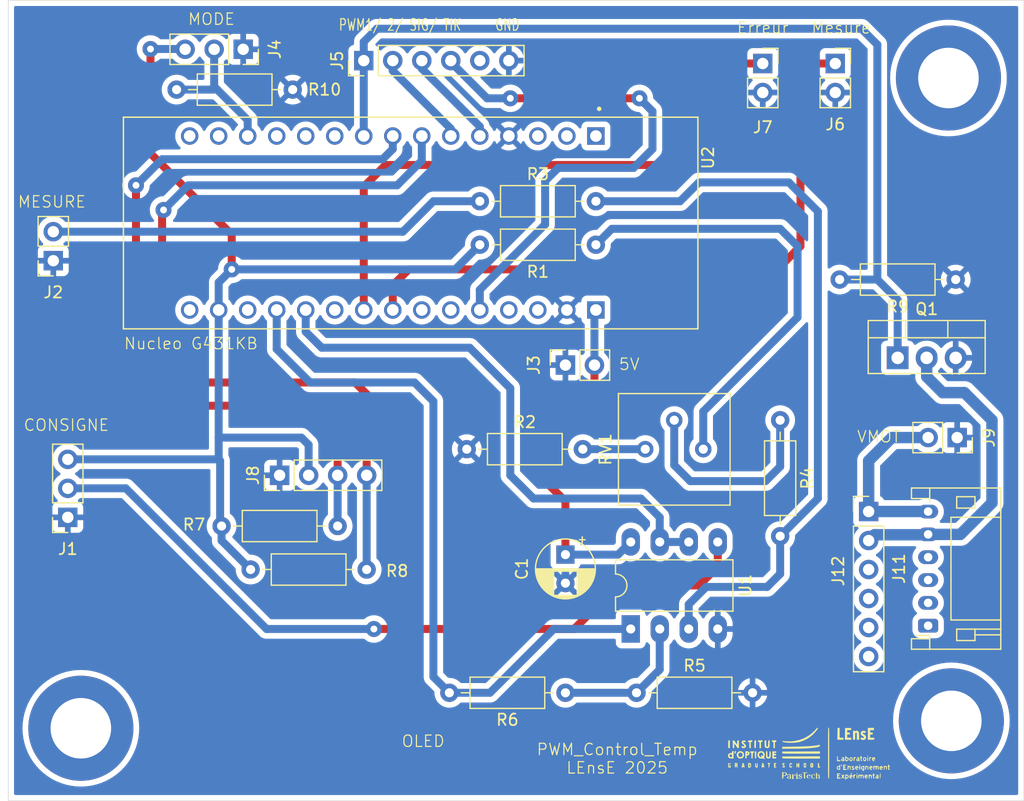
<source format=kicad_pcb>
(kicad_pcb (version 20240108) (generator "pcbnew") (generator_version "8.0")
  (layers (0 "F.Cu" signal) (31 "B.Cu" signal) (34 "B.Paste" user) (35 "F.Paste" user) (36 "B.SilkS" user "B.Silkscreen") (37 "F.SilkS" user "F.Silkscreen") (38 "B.Mask" user) (39 "F.Mask" user) (44 "Edge.Cuts" user))
  (net 0 "")
  (net 1 "GND")
  (net 2 "Net-(J1-Pin_2)")
  (net 3 "CHOICE")
  (net 4 "3.3V")
  (net 5 "Net-(J2-Pin_2)")
  (net 6 "TIK")
  (net 7 "SIGNE")
  (net 8 "PWM2")
  (net 10 "PWM1")
  (net 11 "DAC2_OUT")
  (net 12 "DAC1_OUT")
  (net 13 "SCL")
  (net 14 "SDA")
  (net 15 "VMOT")
  (net 16 "PWM_MOT")
  (net 18 "Vin")
  (net 19 "5V")
  (net 27 "Net-(R1-Pad1)")
  (net 28 "Net-(R2-Pad2)")
  (net 29 "Net-(U1A-+)")
  (net 30 "Net-(R4-Pad1)")
  (net 31 "Net-(U1A--)")
  (net 32 "T_MESURE")
  (net 33 "T_CONSIGNE")
  (footprint "Connector_PinSocket_2.54mm:PinSocket_1x02_P2.54mm_Vertical" (layer "F.Cu") (at 260.858 123.19 -90)
    (property "Reference" "J9" (at 0 -2.77 90) (layer "F.SilkS"))
    (property "Value" "POWER_MOTOR_6V")
    (pad "1" thru_hole rect (at 0 0 270) (size 1.7 1.7) (drill 1) (layers "*.Cu" "*.Mask") (net 1 "GND"))
    (pad "2" thru_hole oval (at 0 2.54 270) (size 1.7 1.7) (drill 1) (layers "*.Cu" "*.Mask") (net 15 "VMOT"))
  )
  (footprint "Connector_PinSocket_2.54mm:PinSocket_1x02_P2.54mm_Vertical" (layer "F.Cu") (at 181.737 107.696 180)
    (property "Reference" "J2" (at 0 -2.77 180) (layer "F.SilkS"))
    (property "Value" "Temp_In")
    (pad "1" thru_hole rect (at 0 0 180) (size 1.7 1.7) (drill 1) (layers "*.Cu" "*.Mask") (net 1 "GND"))
    (pad "2" thru_hole oval (at 0 2.54 180) (size 1.7 1.7) (drill 1) (layers "*.Cu" "*.Mask") (net 5 "Net-(J2-Pin_2)"))
  )
  (footprint "Connector_JST:JST_PH_S6B-PH-K_1x06_P2.00mm_Horizontal" (layer "F.Cu") (at 258.318 139.667 90)
    (property "Reference" "J11" (at 5 -2.55 -90) (layer "F.SilkS"))
    (property "Value" "Digilent Motor" (hide yes))
    (pad "1" thru_hole roundrect (at 0 0 90) (size 1.2 1.75) (drill 0.75) (layers "*.Cu" "*.Mask") (roundrect_rratio 0.2083333333))
    (pad "2" thru_hole oval (at 2 0 90) (size 1.2 1.75) (drill 0.75) (layers "*.Cu" "*.Mask"))
    (pad "3" thru_hole oval (at 4 0 90) (size 1.2 1.75) (drill 0.75) (layers "*.Cu" "*.Mask"))
    (pad "4" thru_hole oval (at 6 0 90) (size 1.2 1.75) (drill 0.75) (layers "*.Cu" "*.Mask"))
    (pad "5" thru_hole oval (at 8 0 90) (size 1.2 1.75) (drill 0.75) (layers "*.Cu" "*.Mask") (net 16 "PWM_MOT"))
    (pad "6" thru_hole oval (at 10 0 90) (size 1.2 1.75) (drill 0.75) (layers "*.Cu" "*.Mask") (net 15 "VMOT"))
  )
  (footprint "Connector_PinSocket_2.54mm:PinSocket_1x02_P2.54mm_Vertical" (layer "F.Cu") (at 250.19 90.424)
    (property "Reference" "J6" (at 0 5.334 0) (layer "F.SilkS"))
    (property "Value" "Consigne")
    (pad "1" thru_hole rect (at 0 0) (size 1.7 1.7) (drill 1) (layers "*.Cu" "*.Mask") (net 11 "DAC2_OUT"))
    (pad "2" thru_hole oval (at 0 2.54) (size 1.7 1.7) (drill 1) (layers "*.Cu" "*.Mask") (net 1 "GND"))
  )
  (footprint "Resistor_THT:R_Axial_DIN0207_L6.3mm_D2.5mm_P10.16mm_Horizontal" (layer "F.Cu") (at 260.731 109.347 180)
    (property "Reference" "R9" (at 5.08 -2.37 180) (layer "F.SilkS"))
    (property "Value" "12k")
    (pad "1" thru_hole circle (at 0 0 180) (size 1.6 1.6) (drill 0.8) (layers "*.Cu" "*.Mask") (net 1 "GND"))
    (pad "2" thru_hole oval (at 10.16 0 180) (size 1.6 1.6) (drill 0.8) (layers "*.Cu" "*.Mask") (net 10 "PWM1"))
  )
  (footprint "Package_TO_SOT_THT:TO-220-3_Vertical" (layer "F.Cu") (at 255.651 116.205)
    (property "Reference" "Q1" (at 2.54 -4.27 0) (layer "F.SilkS"))
    (property "Value" "IRL540N")
    (pad "1" thru_hole rect (at 0 0) (size 1.905 2) (drill 1.1) (layers "*.Cu" "*.Mask") (net 10 "PWM1"))
    (pad "2" thru_hole oval (at 2.54 0) (size 1.905 2) (drill 1.1) (layers "*.Cu" "*.Mask") (net 16 "PWM_MOT"))
    (pad "3" thru_hole oval (at 5.08 0) (size 1.905 2) (drill 1.1) (layers "*.Cu" "*.Mask") (net 1 "GND"))
  )
  (footprint "Resistor_THT:R_Axial_DIN0207_L6.3mm_D2.5mm_P10.16mm_Horizontal" (layer "F.Cu") (at 219.075 102.489)
    (property "Reference" "R3" (at 5.08 -2.37 0) (layer "F.SilkS"))
    (property "Value" "22k")
    (pad "1" thru_hole circle (at 0 0) (size 1.6 1.6) (drill 0.8) (layers "*.Cu" "*.Mask") (net 5 "Net-(J2-Pin_2)"))
    (pad "2" thru_hole oval (at 10.16 0) (size 1.6 1.6) (drill 0.8) (layers "*.Cu" "*.Mask") (net 29 "Net-(U1A-+)"))
  )
  (footprint "Capacitor_THT:CP_Radial_D5.0mm_P2.50mm" (layer "F.Cu") (at 226.568 133.439772 -90)
    (property "Reference" "C1" (at 1.25 3.81 90) (layer "F.SilkS"))
    (property "Value" "10u")
    (pad "1" thru_hole rect (at 0 0 270) (size 1.6 1.6) (drill 0.8) (layers "*.Cu" "*.Mask") (net 18 "Vin"))
    (pad "2" thru_hole circle (at 2.5 0 270) (size 1.6 1.6) (drill 0.8) (layers "*.Cu" "*.Mask") (net 1 "GND"))
  )
  (footprint "LEnsE:Logo_Small" (layer "F.Cu") (at 247.904 150.622)
    (property "Reference" "G***" (hide yes))
    (property "Value" "LOGO" (hide yes))
  )
  (footprint "Package_DIP:DIP-8_W7.62mm_LongPads" (layer "F.Cu") (at 232.283 139.954 90)
    (property "Reference" "U1" (at 3.81 10.033 -90) (layer "F.SilkS"))
    (property "Value" "LM358")
    (pad "1" thru_hole rect (at 0 0 90) (size 2.4 1.6) (drill 0.8) (layers "*.Cu" "*.Mask") (net 32 "T_MESURE"))
    (pad "2" thru_hole oval (at 0 2.54 90) (size 2.4 1.6) (drill 0.8) (layers "*.Cu" "*.Mask") (net 31 "Net-(U1A--)"))
    (pad "3" thru_hole oval (at 0 5.08 90) (size 2.4 1.6) (drill 0.8) (layers "*.Cu" "*.Mask") (net 29 "Net-(U1A-+)"))
    (pad "4" thru_hole oval (at 0 7.62 90) (size 2.4 1.6) (drill 0.8) (layers "*.Cu" "*.Mask") (net 1 "GND"))
    (pad "5" thru_hole oval (at 7.62 7.62 90) (size 2.4 1.6) (drill 0.8) (layers "*.Cu" "*.Mask") (net 2 "Net-(J1-Pin_2)"))
    (pad "6" thru_hole oval (at 7.62 5.08 90) (size 2.4 1.6) (drill 0.8) (layers "*.Cu" "*.Mask") (net 33 "T_CONSIGNE"))
    (pad "7" thru_hole oval (at 7.62 2.54 90) (size 2.4 1.6) (drill 0.8) (layers "*.Cu" "*.Mask") (net 33 "T_CONSIGNE"))
    (pad "8" thru_hole oval (at 7.62 0 90) (size 2.4 1.6) (drill 0.8) (layers "*.Cu" "*.Mask") (net 18 "Vin"))
  )
  (footprint "Resistor_THT:R_Axial_DIN0207_L6.3mm_D2.5mm_P10.16mm_Horizontal" (layer "F.Cu") (at 196.469 130.937)
    (property "Reference" "R7" (at -2.413 -0.127 0) (layer "F.SilkS"))
    (property "Value" "680")
    (pad "1" thru_hole circle (at 0 0) (size 1.6 1.6) (drill 0.8) (layers "*.Cu" "*.Mask") (net 4 "3.3V"))
    (pad "2" thru_hole oval (at 10.16 0) (size 1.6 1.6) (drill 0.8) (layers "*.Cu" "*.Mask") (net 13 "SCL"))
  )
  (footprint "Potentiometer_THT:Potentiometer_Bourns_3386P_Vertical" (layer "F.Cu") (at 238.633 124.206 90)
    (property "Reference" "RV1" (at -0.015 -8.555 -90) (layer "F.SilkS"))
    (property "Value" "100")
    (pad "1" thru_hole circle (at 0 0 90) (size 1.44 1.44) (drill 0.8) (layers "*.Cu" "*.Mask") (net 27 "Net-(R1-Pad1)"))
    (pad "2" thru_hole circle (at 2.54 -2.54 90) (size 1.44 1.44) (drill 0.8) (layers "*.Cu" "*.Mask") (net 30 "Net-(R4-Pad1)"))
    (pad "3" thru_hole circle (at 0 -5.08 90) (size 1.44 1.44) (drill 0.8) (layers "*.Cu" "*.Mask") (net 28 "Net-(R2-Pad2)"))
  )
  (footprint "Resistor_THT:R_Axial_DIN0207_L6.3mm_D2.5mm_P10.16mm_Horizontal" (layer "F.Cu") (at 229.235 106.299 180)
    (property "Reference" "R1" (at 5.08 -2.37 180) (layer "F.SilkS"))
    (property "Value" "1k")
    (pad "1" thru_hole circle (at 0 0 180) (size 1.6 1.6) (drill 0.8) (layers "*.Cu" "*.Mask") (net 27 "Net-(R1-Pad1)"))
    (pad "2" thru_hole oval (at 10.16 0 180) (size 1.6 1.6) (drill 0.8) (layers "*.Cu" "*.Mask") (net 4 "3.3V"))
  )
  (footprint "NUCLEO_L432KC:MODULE_NUCLEO-L432KC" (layer "F.Cu") (at 213.02 104.394 -90)
    (property "Reference" "U2" (at -5.715 -26.035 90) (layer "F.SilkS"))
    (property "Value" "NUCLEO-L432KC")
    (pad "CN3_1" thru_hole rect (at -7.62 -16.215 270) (size 1.53 1.53) (drill 1.02) (layers "*.Cu" "*.Mask"))
    (pad "CN3_2" thru_hole circle (at -7.62 -13.675 270) (size 1.53 1.53) (drill 1.02) (layers "*.Cu" "*.Mask"))
    (pad "CN3_3" thru_hole circle (at -7.62 -11.135 270) (size 1.53 1.53) (drill 1.02) (layers "*.Cu" "*.Mask"))
    (pad "CN3_4" thru_hole circle (at -7.62 -8.595 270) (size 1.53 1.53) (drill 1.02) (layers "*.Cu" "*.Mask") (net 1 "GND"))
    (pad "CN3_5" thru_hole circle (at -7.62 -6.055 270) (size 1.53 1.53) (drill 1.02) (layers "*.Cu" "*.Mask") (net 7 "SIGNE"))
    (pad "CN3_6" thru_hole circle (at -7.62 -3.515 270) (size 1.53 1.53) (drill 1.02) (layers "*.Cu" "*.Mask") (net 8 "PWM2"))
    (pad "CN3_7" thru_hole circle (at -7.62 -0.975 270) (size 1.53 1.53) (drill 1.02) (layers "*.Cu" "*.Mask") (net 14 "SDA"))
    (pad "CN3_8" thru_hole circle (at -7.62 1.565 270) (size 1.53 1.53) (drill 1.02) (layers "*.Cu" "*.Mask") (net 13 "SCL"))
    (pad "CN3_9" thru_hole circle (at -7.62 4.105 270) (size 1.53 1.53) (drill 1.02) (layers "*.Cu" "*.Mask") (net 10 "PWM1"))
    (pad "CN3_10" thru_hole circle (at -7.62 6.645 270) (size 1.53 1.53) (drill 1.02) (layers "*.Cu" "*.Mask"))
    (pad "CN3_11" thru_hole circle (at -7.62 9.185 270) (size 1.53 1.53) (drill 1.02) (layers "*.Cu" "*.Mask"))
    (pad "CN3_12" thru_hole circle (at -7.62 11.725 270) (size 1.53 1.53) (drill 1.02) (layers "*.Cu" "*.Mask"))
    (pad "CN3_13" thru_hole circle (at -7.62 14.265 270) (size 1.53 1.53) (drill 1.02) (layers "*.Cu" "*.Mask") (net 3 "CHOICE"))
    (pad "CN3_14" thru_hole circle (at -7.62 16.805 270) (size 1.53 1.53) (drill 1.02) (layers "*.Cu" "*.Mask"))
    (pad "CN3_15" thru_hole circle (at -7.62 19.345 270) (size 1.53 1.53) (drill 1.02) (layers "*.Cu" "*.Mask"))
    (pad "CN4_1" thru_hole rect (at 7.62 -16.215 270) (size 1.53 1.53) (drill 1.02) (layers "*.Cu" "*.Mask") (net 18 "Vin"))
    (pad "CN4_2" thru_hole circle (at 7.62 -13.675 270) (size 1.53 1.53) (drill 1.02) (layers "*.Cu" "*.Mask") (net 1 "GND"))
    (pad "CN4_3" thru_hole circle (at 7.62 -11.135 270) (size 1.53 1.53) (drill 1.02) (layers "*.Cu" "*.Mask"))
    (pad "CN4_4" thru_hole circle (at 7.62 -8.595 270) (size 1.53 1.53) (drill 1.02) (layers "*.Cu" "*.Mask") (net 19 "5V"))
    (pad "CN4_5" thru_hole circle (at 7.62 -6.055 270) (size 1.53 1.53) (drill 1.02) (layers "*.Cu" "*.Mask") (net 6 "TIK"))
    (pad "CN4_6" thru_hole circle (at 7.62 -3.515 270) (size 1.53 1.53) (drill 1.02) (layers "*.Cu" "*.Mask"))
    (pad "CN4_7" thru_hole circle (at 7.62 -0.975 270) (size 1.53 1.53) (drill 1.02) (layers "*.Cu" "*.Mask"))
    (pad "CN4_8" thru_hole circle (at 7.62 1.565 270) (size 1.53 1.53) (drill 1.02) (layers "*.Cu" "*.Mask") (net 11 "DAC2_OUT"))
    (pad "CN4_9" thru_hole circle (at 7.62 4.105 270) (size 1.53 1.53) (drill 1.02) (layers "*.Cu" "*.Mask") (net 12 "DAC1_OUT"))
    (pad "CN4_10" thru_hole circle (at 7.62 6.645 270) (size 1.53 1.53) (drill 1.02) (layers "*.Cu" "*.Mask"))
    (pad "CN4_11" thru_hole circle (at 7.62 9.185 270) (size 1.53 1.53) (drill 1.02) (layers "*.Cu" "*.Mask") (net 33 "T_CONSIGNE"))
    (pad "CN4_12" thru_hole circle (at 7.62 11.725 270) (size 1.53 1.53) (drill 1.02) (layers "*.Cu" "*.Mask") (net 32 "T_MESURE"))
    (pad "CN4_13" thru_hole circle (at 7.62 14.265 270) (size 1.53 1.53) (drill 1.02) (layers "*.Cu" "*.Mask"))
    (pad "CN4_14" thru_hole circle (at 7.62 16.805 270) (size 1.53 1.53) (drill 1.02) (layers "*.Cu" "*.Mask") (net 4 "3.3V"))
    (pad "CN4_15" thru_hole circle (at 7.62 19.345 270) (size 1.53 1.53) (drill 1.02) (layers "*.Cu" "*.Mask"))
  )
  (footprint "Connector_PinSocket_2.54mm:PinSocket_1x03_P2.54mm_Vertical" (layer "F.Cu") (at 198.359 89.179 -90)
    (property "Reference" "J4" (at 0 -2.77 90) (layer "F.SilkS"))
    (property "Value" "SW_MODE")
    (pad "1" thru_hole rect (at 0 0 270) (size 1.7 1.7) (drill 1) (layers "*.Cu" "*.Mask") (net 1 "GND"))
    (pad "2" thru_hole oval (at 0 2.54 270) (size 1.7 1.7) (drill 1) (layers "*.Cu" "*.Mask") (net 3 "CHOICE"))
    (pad "3" thru_hole oval (at 0 5.08 270) (size 1.7 1.7) (drill 1) (layers "*.Cu" "*.Mask") (net 4 "3.3V"))
  )
  (footprint "Connector_PinSocket_2.54mm:PinSocket_1x02_P2.54mm_Vertical" (layer "F.Cu") (at 226.568 116.84 90)
    (property "Reference" "J3" (at 0 -2.77 -90) (layer "F.SilkS"))
    (property "Value" "POWER_IN_5V")
    (pad "1" thru_hole rect (at 0 0 90) (size 1.7 1.7) (drill 1) (layers "*.Cu" "*.Mask") (net 1 "GND"))
    (pad "2" thru_hole oval (at 0 2.54 90) (size 1.7 1.7) (drill 1) (layers "*.Cu" "*.Mask") (net 18 "Vin"))
  )
  (footprint "Resistor_THT:R_Axial_DIN0207_L6.3mm_D2.5mm_P10.16mm_Horizontal" (layer "F.Cu") (at 232.791 145.542)
    (property "Reference" "R5" (at 5.08 -2.37 0) (layer "F.SilkS"))
    (property "Value" "22k")
    (pad "1" thru_hole circle (at 0 0) (size 1.6 1.6) (drill 0.8) (layers "*.Cu" "*.Mask") (net 31 "Net-(U1A--)"))
    (pad "2" thru_hole oval (at 10.16 0) (size 1.6 1.6) (drill 0.8) (layers "*.Cu" "*.Mask") (net 1 "GND"))
  )
  (footprint "" (layer "F.Cu") (at 260.096 91.694)
    (property "Reference" "" (hide yes))
    (property "Value" "" (hide yes))
    (pad "1" thru_hole circle (at 0 0) (size 9.2 9.2) (drill 5.3) (layers "*.Cu" "*.Mask"))
  )
  (footprint "Connector_PinHeader_2.54mm:PinHeader_1x04_P2.54mm_Vertical" (layer "F.Cu") (at 201.549 126.492 90)
    (property "Reference" "J8" (at 0 -2.33 -90) (layer "F.SilkS"))
    (property "Value" "OLED")
    (pad "1" thru_hole rect (at 0 0 90) (size 1.7 1.7) (drill 1) (layers "*.Cu" "*.Mask") (net 1 "GND"))
    (pad "2" thru_hole oval (at 0 2.54 90) (size 1.7 1.7) (drill 1) (layers "*.Cu" "*.Mask") (net 4 "3.3V"))
    (pad "3" thru_hole oval (at 0 5.08 90) (size 1.7 1.7) (drill 1) (layers "*.Cu" "*.Mask") (net 13 "SCL"))
    (pad "4" thru_hole oval (at 0 7.62 90) (size 1.7 1.7) (drill 1) (layers "*.Cu" "*.Mask") (net 14 "SDA"))
  )
  (footprint "MountingHole:MountingHole_5.3mm_M5_DIN965_Pad" (layer "F.Cu") (at 260.35 148)
    (property "Reference" "REF**" (hide yes))
    (property "Value" "MountingHole_5.3mm_M5_DIN965_Pad" (hide yes))
    (pad "1" thru_hole circle (at 0 0) (size 9.2 9.2) (drill 5.3) (layers "*.Cu" "*.Mask"))
  )
  (footprint "Connector_PinHeader_2.54mm:PinHeader_1x06_P2.54mm_Vertical" (layer "F.Cu") (at 253.111 129.667)
    (property "Reference" "J12" (at -2.667 5.207 90) (layer "F.SilkS"))
    (property "Value" "2.54 motor" (hide yes))
    (pad "1" thru_hole rect (at 0 0) (size 1.7 1.7) (drill 1) (layers "*.Cu" "*.Mask") (net 15 "VMOT"))
    (pad "2" thru_hole oval (at 0 2.54) (size 1.7 1.7) (drill 1) (layers "*.Cu" "*.Mask") (net 16 "PWM_MOT"))
    (pad "3" thru_hole oval (at 0 5.08) (size 1.7 1.7) (drill 1) (layers "*.Cu" "*.Mask"))
    (pad "4" thru_hole oval (at 0 7.62) (size 1.7 1.7) (drill 1) (layers "*.Cu" "*.Mask"))
    (pad "5" thru_hole oval (at 0 10.16) (size 1.7 1.7) (drill 1) (layers "*.Cu" "*.Mask"))
    (pad "6" thru_hole oval (at 0 12.7) (size 1.7 1.7) (drill 1) (layers "*.Cu" "*.Mask"))
  )
  (footprint "Connector_PinHeader_2.54mm:PinHeader_1x06_P2.54mm_Vertical" (layer "F.Cu") (at 208.915 90.17 90)
    (property "Reference" "J5" (at 0 -2.33 -90) (layer "F.SilkS"))
    (property "Value" "OUT_to_BNC")
    (pad "1" thru_hole rect (at 0 0 90) (size 1.7 1.7) (drill 1) (layers "*.Cu" "*.Mask") (net 10 "PWM1"))
    (pad "2" thru_hole oval (at 0 2.54 90) (size 1.7 1.7) (drill 1) (layers "*.Cu" "*.Mask") (net 8 "PWM2"))
    (pad "3" thru_hole oval (at 0 5.08 90) (size 1.7 1.7) (drill 1) (layers "*.Cu" "*.Mask") (net 7 "SIGNE"))
    (pad "4" thru_hole oval (at 0 7.62 90) (size 1.7 1.7) (drill 1) (layers "*.Cu" "*.Mask") (net 6 "TIK"))
    (pad "5" thru_hole oval (at 0 10.16 90) (size 1.7 1.7) (drill 1) (layers "*.Cu" "*.Mask"))
    (pad "6" thru_hole oval (at 0 12.7 90) (size 1.7 1.7) (drill 1) (layers "*.Cu" "*.Mask") (net 1 "GND"))
  )
  (footprint "Resistor_THT:R_Axial_DIN0207_L6.3mm_D2.5mm_P10.16mm_Horizontal" (layer "F.Cu") (at 217.932 124.206)
    (property "Reference" "R2" (at 5.08 -2.37 0) (layer "F.SilkS"))
    (property "Value" "1k")
    (pad "1" thru_hole circle (at 0 0) (size 1.6 1.6) (drill 0.8) (layers "*.Cu" "*.Mask") (net 1 "GND"))
    (pad "2" thru_hole oval (at 10.16 0) (size 1.6 1.6) (drill 0.8) (layers "*.Cu" "*.Mask") (net 28 "Net-(R2-Pad2)"))
  )
  (footprint "Resistor_THT:R_Axial_DIN0207_L6.3mm_D2.5mm_P10.16mm_Horizontal" (layer "F.Cu") (at 199.009 134.747)
    (property "Reference" "R8" (at 12.827 0.127 0) (layer "F.SilkS"))
    (property "Value" "680")
    (pad "1" thru_hole circle (at 0 0) (size 1.6 1.6) (drill 0.8) (layers "*.Cu" "*.Mask") (net 4 "3.3V"))
    (pad "2" thru_hole oval (at 10.16 0) (size 1.6 1.6) (drill 0.8) (layers "*.Cu" "*.Mask") (net 14 "SDA"))
  )
  (footprint "Connector_PinSocket_2.54mm:PinSocket_1x02_P2.54mm_Vertical" (layer "F.Cu") (at 243.84 90.424)
    (property "Reference" "J7" (at 0 5.588 0) (layer "F.SilkS"))
    (property "Value" "Erreur")
    (pad "1" thru_hole rect (at 0 0) (size 1.7 1.7) (drill 1) (layers "*.Cu" "*.Mask") (net 12 "DAC1_OUT"))
    (pad "2" thru_hole oval (at 0 2.54) (size 1.7 1.7) (drill 1) (layers "*.Cu" "*.Mask") (net 1 "GND"))
  )
  (footprint "Resistor_THT:R_Axial_DIN0207_L6.3mm_D2.5mm_P10.16mm_Horizontal" (layer "F.Cu") (at 226.568 145.542 180)
    (property "Reference" "R6" (at 5.08 -2.37 180) (layer "F.SilkS"))
    (property "Value" "22k")
    (pad "1" thru_hole circle (at 0 0 180) (size 1.6 1.6) (drill 0.8) (layers "*.Cu" "*.Mask") (net 31 "Net-(U1A--)"))
    (pad "2" thru_hole oval (at 10.16 0 180) (size 1.6 1.6) (drill 0.8) (layers "*.Cu" "*.Mask") (net 32 "T_MESURE"))
  )
  (footprint "Resistor_THT:R_Axial_DIN0207_L6.3mm_D2.5mm_P10.16mm_Horizontal" (layer "F.Cu") (at 245.364 121.666 -90)
    (property "Reference" "R4" (at 5.08 -2.37 90) (layer "F.SilkS"))
    (property "Value" "22k")
    (pad "1" thru_hole circle (at 0 0 270) (size 1.6 1.6) (drill 0.8) (layers "*.Cu" "*.Mask") (net 30 "Net-(R4-Pad1)"))
    (pad "2" thru_hole oval (at 10.16 0 270) (size 1.6 1.6) (drill 0.8) (layers "*.Cu" "*.Mask") (net 29 "Net-(U1A-+)"))
  )
  (footprint "MountingHole:MountingHole_5.3mm_M5_DIN965_Pad" (layer "F.Cu") (at 184.15 148.65)
    (property "Reference" "REF**" (hide yes))
    (property "Value" "MountingHole_5.3mm_M5_DIN965_Pad" (hide yes))
    (pad "1" thru_hole circle (at 0 0) (size 9.2 9.2) (drill 5.3) (layers "*.Cu" "*.Mask"))
  )
  (footprint "Connector_PinSocket_2.54mm:PinSocket_1x03_P2.54mm_Vertical" (layer "F.Cu") (at 183.007 130.175 180)
    (property "Reference" "J1" (at 0 -2.77 180) (layer "F.SilkS"))
    (property "Value" "TRIM_CONSIGNE")
    (pad "1" thru_hole rect (at 0 0 180) (size 1.7 1.7) (drill 1) (layers "*.Cu" "*.Mask") (net 1 "GND"))
    (pad "2" thru_hole oval (at 0 2.54 180) (size 1.7 1.7) (drill 1) (layers "*.Cu" "*.Mask") (net 2 "Net-(J1-Pin_2)"))
    (pad "3" thru_hole oval (at 0 5.08 180) (size 1.7 1.7) (drill 1) (layers "*.Cu" "*.Mask") (net 4 "3.3V"))
  )
  (footprint "Resistor_THT:R_Axial_DIN0207_L6.3mm_D2.5mm_P10.16mm_Horizontal" (layer "F.Cu") (at 202.692 92.71 180)
    (property "Reference" "R10" (at -2.794 0 180) (layer "F.SilkS"))
    (property "Value" "22k")
    (pad "1" thru_hole circle (at 0 0 180) (size 1.6 1.6) (drill 0.8) (layers "*.Cu" "*.Mask") (net 1 "GND"))
    (pad "2" thru_hole oval (at 10.16 0 180) (size 1.6 1.6) (drill 0.8) (layers "*.Cu" "*.Mask") (net 3 "CHOICE"))
  )
  (gr_rect (start 177.8 84.886) (end 266.7 155) (stroke (width 0.05)) (fill none) (layer "Edge.Cuts"))
  (gr_text "MODE" (at 195.58 87.122 0) (layer "F.SilkS") (effects (font (size 1 1) (thickness 0.1)) (justify bottom)))
  (gr_text "OLED" (at 214.122 150.368 0) (layer "F.SilkS") (effects (font (size 1 1) (thickness 0.1)) (justify bottom)))
  (gr_text "CONSIGNE" (at 182.88 122.682 0) (layer "F.SilkS") (effects (font (size 1 1) (thickness 0.1)) (justify bottom)))
  (gr_text "Mesure" (at 250.698 87.884 0) (layer "F.SilkS") (effects (font (size 1 1) (thickness 0.1)) (justify bottom)))
  (gr_text "GND" (at 221.488 87.63 0) (layer "F.SilkS") (effects (font (size 1 0.7) (thickness 0.1)) (justify bottom)))
  (gr_text "PWM_Control_Temp\nLEnsE 2025" (at 231.1 152.7 0) (layer "F.SilkS") (effects (font (size 1 1) (thickness 0.1)) (justify bottom)))
  (gr_text "Nucleo G431KB" (at 187.863357 115.536355 0) (layer "F.SilkS") (effects (font (size 1 1) (thickness 0.1)) (justify left bottom)))
  (gr_text "VMOT" (at 254 123.698 0) (layer "F.SilkS") (effects (font (size 1 1) (thickness 0.1)) (justify bottom)))
  (gr_text "Erreur" (at 243.84 87.884 0) (layer "F.SilkS") (effects (font (size 1 1) (thickness 0.1)) (justify bottom)))
  (gr_text "5V" (at 232.156 117.348 0) (layer "F.SilkS") (effects (font (size 1 1) (thickness 0.1)) (justify bottom)))
  (gr_text "PWM1/ 2/ SIG/ TIK" (at 212.09 87.63 0) (layer "F.SilkS") (effects (font (size 1 0.7) (thickness 0.1)) (justify bottom)))
  (gr_text "MESURE" (at 181.61 103.124 0) (layer "F.SilkS") (effects (font (size 1 1) (thickness 0.1)) (justify bottom)))
  (segment (start 226.568 135.128) (end 226.568 135.382) (width 0.7) (layer "B.Cu") (net 1))
  (segment (start 231.14 136.144) (end 238.252 136.144) (width 0.7) (layer "F.Cu") (net 2))
  (segment (start 238.252 136.144) (end 239.903 134.493) (width 0.7) (layer "F.Cu") (net 2))
  (segment (start 209.804 139.954) (end 227.33 139.954) (width 0.7) (layer "F.Cu") (net 2))
  (segment (start 239.903 134.493) (end 239.903 132.334) (width 0.7) (layer "F.Cu") (net 2))
  (segment (start 227.33 139.954) (end 231.14 136.144) (width 0.7) (layer "F.Cu") (net 2))
  (via (at 209.804 139.954) (size 1.4) (drill 0.6) (layers "F.Cu" "B.Cu") (net 2))
  (segment (start 188.087 127.635) (end 200.406 139.954) (width 0.7) (layer "B.Cu") (net 2))
  (segment (start 183.007 127.635) (end 188.087 127.635) (width 0.7) (layer "B.Cu") (net 2))
  (segment (start 200.406 139.954) (end 209.804 139.954) (width 0.7) (layer "B.Cu") (net 2))
  (segment (start 196.088 92.71) (end 195.819 92.441) (width 0.7) (layer "B.Cu") (net 3))
  (segment (start 195.819 92.441) (end 195.819 89.179) (width 0.7) (layer "B.Cu") (net 3))
  (segment (start 198.755 95.377) (end 198.755 96.774) (width 0.7) (layer "B.Cu") (net 3))
  (segment (start 196.088 92.71) (end 198.755 95.377) (width 0.7) (layer "B.Cu") (net 3))
  (segment (start 192.532 92.71) (end 196.088 92.71) (width 0.7) (layer "B.Cu") (net 3))
  (segment (start 190.246 98.298) (end 197.358 105.41) (width 0.7) (layer "F.Cu") (net 4))
  (segment (start 190.246 89.154) (end 190.246 98.298) (width 0.7) (layer "F.Cu") (net 4))
  (segment (start 197.358 105.41) (end 197.358 108.458) (width 0.7) (layer "F.Cu") (net 4))
  (via (at 197.358 108.458) (size 1.4) (drill 0.6) (layers "F.Cu" "B.Cu") (net 4))
  (via (at 190.246 89.154) (size 1.4) (drill 0.6) (layers "F.Cu" "B.Cu") (net 4))
  (segment (start 196.215 112.014) (end 196.215 109.601) (width 0.7) (layer "B.Cu") (net 4))
  (segment (start 196.469 132.207) (end 199.009 134.747) (width 0.7) (layer "B.Cu") (net 4))
  (segment (start 216.916 108.458) (end 219.075 106.299) (width 0.7) (layer "B.Cu") (net 4))
  (segment (start 193.254 89.154) (end 193.279 89.179) (width 0.7) (layer "B.Cu") (net 4))
  (segment (start 196.215 112.014) (end 196.215 123.19) (width 0.7) (layer "B.Cu") (net 4))
  (segment (start 196.215 125.095) (end 196.342 125.222) (width 0.7) (layer "B.Cu") (net 4))
  (segment (start 203.454 123.19) (end 196.215 123.19) (width 0.7) (layer "B.Cu") (net 4))
  (segment (start 204.089 126.492) (end 204.089 123.825) (width 0.7) (layer "B.Cu") (net 4))
  (segment (start 196.215 123.19) (end 196.215 125.095) (width 0.7) (layer "B.Cu") (net 4))
  (segment (start 197.358 108.458) (end 216.916 108.458) (width 0.7) (layer "B.Cu") (net 4))
  (segment (start 196.342 125.222) (end 196.342 130.81) (width 0.7) (layer "B.Cu") (net 4))
  (segment (start 196.469 130.937) (end 196.469 132.207) (width 0.7) (layer "B.Cu") (net 4))
  (segment (start 204.089 123.825) (end 203.454 123.19) (width 0.7) (layer "B.Cu") (net 4))
  (segment (start 196.342 130.81) (end 196.469 130.937) (width 0.7) (layer "B.Cu") (net 4))
  (segment (start 190.246 89.154) (end 193.254 89.154) (width 0.7) (layer "B.Cu") (net 4))
  (segment (start 196.215 109.601) (end 197.358 108.458) (width 0.7) (layer "B.Cu") (net 4))
  (segment (start 183.007 125.095) (end 196.215 125.095) (width 0.7) (layer "B.Cu") (net 4))
  (segment (start 215.011 102.489) (end 219.075 102.489) (width 0.7) (layer "B.Cu") (net 5))
  (segment (start 212.344 105.156) (end 215.011 102.489) (width 0.7) (layer "B.Cu") (net 5))
  (segment (start 181.737 105.156) (end 212.344 105.156) (width 0.7) (layer "B.Cu") (net 5))
  (segment (start 221.742 93.472) (end 233.045 93.472) (width 0.7) (layer "F.Cu") (net 6))
  (via (at 221.742 93.472) (size 1.4) (drill 0.6) (layers "F.Cu" "B.Cu") (net 6))
  (via (at 233.045 93.472) (size 1.4) (drill 0.6) (layers "F.Cu" "B.Cu") (net 6))
  (segment (start 224.79 104.521) (end 219.075 110.236) (width 0.7) (layer "B.Cu") (net 6))
  (segment (start 225.933 99.568) (end 224.79 100.711) (width 0.7) (layer "B.Cu") (net 6))
  (segment (start 234.188 94.615) (end 234.188 97.917) (width 0.7) (layer "B.Cu") (net 6))
  (segment (start 232.537 99.568) (end 225.933 99.568) (width 0.7) (layer "B.Cu") (net 6))
  (segment (start 216.535 90.297) (end 219.71 93.472) (width 0.7) (layer "B.Cu") (net 6))
  (segment (start 233.045 93.472) (end 234.188 94.615) (width 0.7) (layer "B.Cu") (net 6))
  (segment (start 234.188 97.917) (end 232.537 99.568) (width 0.7) (layer "B.Cu") (net 6))
  (segment (start 224.79 100.711) (end 224.79 104.521) (width 0.7) (layer "B.Cu") (net 6))
  (segment (start 219.71 93.472) (end 221.742 93.472) (width 0.7) (layer "B.Cu") (net 6))
  (segment (start 219.075 110.236) (end 219.075 112.014) (width 0.7) (layer "B.Cu") (net 6))
  (segment (start 219.075 96.774) (end 219.075 95.9485) (width 0.7) (layer "B.Cu") (net 7))
  (segment (start 213.995 90.8685) (end 213.995 90.424) (width 0.7) (layer "B.Cu") (net 7))
  (segment (start 219.075 95.9485) (end 213.995 90.8685) (width 0.7) (layer "B.Cu") (net 7))
  (segment (start 216.535 96.139) (end 211.455 91.059) (width 0.7) (layer "B.Cu") (net 8))
  (segment (start 211.455 91.059) (end 211.455 90.424) (width 0.7) (layer "B.Cu") (net 8))
  (segment (start 216.535 96.774) (end 216.535 96.139) (width 0.7) (layer "B.Cu") (net 8))
  (segment (start 253.873 109.347) (end 255.651 111.125) (width 0.7) (layer "B.Cu") (net 10))
  (segment (start 208.915 88.519) (end 210.058 87.376) (width 0.7) (layer "B.Cu") (net 10))
  (segment (start 250.571 109.347) (end 253.873 109.347) (width 0.7) (layer "B.Cu") (net 10))
  (segment (start 252.476 87.376) (end 253.873 88.773) (width 0.7) (layer "B.Cu") (net 10))
  (segment (start 253.873 88.773) (end 253.873 109.347) (width 0.7) (layer "B.Cu") (net 10))
  (segment (start 208.915 96.774) (end 208.915 88.519) (width 0.7) (layer "B.Cu") (net 10))
  (segment (start 255.651 111.125) (end 255.651 116.205) (width 0.7) (layer "B.Cu") (net 10))
  (segment (start 210.058 87.376) (end 252.476 87.376) (width 0.7) (layer "B.Cu") (net 10))
  (segment (start 212.852 108.458) (end 245.11 108.458) (width 0.7) (layer "F.Cu") (net 11))
  (segment (start 248.666 90.424) (end 250.19 90.424) (width 0.7) (layer "F.Cu") (net 11))
  (segment (start 245.11 108.458) (end 247.142 106.426) (width 0.7) (layer "F.Cu") (net 11))
  (segment (start 247.142 91.948) (end 248.666 90.424) (width 0.7) (layer "F.Cu") (net 11))
  (segment (start 247.142 106.426) (end 247.142 91.948) (width 0.7) (layer "F.Cu") (net 11))
  (segment (start 211.455 109.855) (end 212.852 108.458) (width 0.7) (layer "F.Cu") (net 11))
  (segment (start 211.455 112.014) (end 211.455 109.855) (width 0.7) (layer "F.Cu") (net 11))
  (segment (start 241.046 90.424) (end 239.776 91.694) (width 0.7) (layer "F.Cu") (net 12))
  (segment (start 239.776 97.79) (end 238.252 99.314) (width 0.7) (layer "F.Cu") (net 12))
  (segment (start 238.252 99.314) (end 210.82 99.314) (width 0.7) (layer "F.Cu") (net 12))
  (segment (start 210.82 99.314) (end 208.915 101.219) (width 0.7) (layer "F.Cu") (net 12))
  (segment (start 243.84 90.424) (end 241.046 90.424) (width 0.7) (layer "F.Cu") (net 12))
  (segment (start 239.776 91.694) (end 239.776 97.79) (width 0.7) (layer "F.Cu") (net 12))
  (segment (start 208.915 101.219) (end 208.915 112.014) (width 0.7) (layer "F.Cu") (net 12))
  (segment (start 206.629 121.285) (end 206.629 126.492) (width 0.7) (layer "F.Cu") (net 13))
  (segment (start 188.976 118.364) (end 191.008 120.396) (width 0.7) (layer "F.Cu") (net 13))
  (segment (start 188.976 101.092) (end 188.976 118.364) (width 0.7) (layer "F.Cu") (net 13))
  (segment (start 191.008 120.396) (end 205.74 120.396) (width 0.7) (layer "F.Cu") (net 13))
  (segment (start 205.74 120.396) (end 206.629 121.285) (width 0.7) (layer "F.Cu") (net 13))
  (via (at 188.976 101.092) (size 1.4) (drill 0.6) (layers "F.Cu" "B.Cu") (net 13))
  (segment (start 188.976 101.092) (end 191.262 98.806) (width 0.7) (layer "B.Cu") (net 13))
  (segment (start 206.629 130.937) (end 206.629 126.492) (width 0.7) (layer "B.Cu") (net 13))
  (segment (start 210.566 98.806) (end 211.455 97.917) (width 0.7) (layer "B.Cu") (net 13))
  (segment (start 211.455 97.917) (end 211.455 96.774) (width 0.7) (layer "B.Cu") (net 13))
  (segment (start 191.262 98.806) (end 210.566 98.806) (width 0.7) (layer "B.Cu") (net 13))
  (segment (start 191.77 118.364) (end 208.153 118.364) (width 0.7) (layer "F.Cu") (net 14))
  (segment (start 191.389 103.251) (end 191.262 103.378) (width 0.7) (layer "F.Cu") (net 14))
  (segment (start 208.153 118.364) (end 209.169 119.38) (width 0.7) (layer "F.Cu") (net 14))
  (segment (start 191.262 117.856) (end 191.77 118.364) (width 0.7) (layer "F.Cu") (net 14))
  (segment (start 191.262 103.378) (end 191.262 117.856) (width 0.7) (layer "F.Cu") (net 14))
  (segment (start 209.169 119.38) (end 209.169 126.492) (width 0.7) (layer "F.Cu") (net 14))
  (via (at 191.389 103.251) (size 1.4) (drill 0.6) (layers "F.Cu" "B.Cu") (net 14))
  (segment (start 191.389 103.251) (end 193.548 101.092) (width 0.7) (layer "B.Cu") (net 14))
  (segment (start 193.548 101.092) (end 211.836 101.092) (width 0.7) (layer "B.Cu") (net 14))
  (segment (start 211.836 101.092) (end 213.995 98.933) (width 0.7) (layer "B.Cu") (net 14))
  (segment (start 209.169 134.747) (end 209.169 126.492) (width 0.7) (layer "B.Cu") (net 14))
  (segment (start 213.995 98.933) (end 213.995 96.774) (width 0.7) (layer "B.Cu") (net 14))
  (segment (start 258.318 129.667) (end 253.111 129.667) (width 1) (layer "B.Cu") (net 15))
  (segment (start 253.111 125.222) (end 255.143 123.19) (width 1) (layer "B.Cu") (net 15))
  (segment (start 253.111 129.667) (end 253.111 125.222) (width 1) (layer "B.Cu") (net 15))
  (segment (start 255.143 123.19) (end 258.318 123.19) (width 1) (layer "B.Cu") (net 15))
  (segment (start 261.493 119.253) (end 259.588 119.253) (width 1) (layer "B.Cu") (net 16))
  (segment (start 253.111 132.207) (end 253.619 131.699) (width 1) (layer "B.Cu") (net 16))
  (segment (start 263.906 121.666) (end 261.493 119.253) (width 1) (layer "B.Cu") (net 16))
  (segment (start 263.906 128.905) (end 263.906 121.666) (width 1) (layer "B.Cu") (net 16))
  (segment (start 253.619 131.699) (end 258.286 131.699) (width 1) (layer "B.Cu") (net 16))
  (segment (start 258.318 131.667) (end 261.144 131.667) (width 1) (layer "B.Cu") (net 16))
  (segment (start 258.286 131.699) (end 258.318 131.667) (width 0.7) (layer "B.Cu") (net 16))
  (segment (start 258.191 117.856) (end 258.191 116.205) (width 1) (layer "B.Cu") (net 16))
  (segment (start 259.588 119.253) (end 258.191 117.856) (width 1) (layer "B.Cu") (net 16))
  (segment (start 261.144 131.667) (end 263.906 128.905) (width 1) (layer "B.Cu") (net 16))
  (segment (start 229.108 119.38) (end 229.108 116.84) (width 0.7) (layer "F.Cu") (net 18))
  (segment (start 227.838 120.65) (end 229.108 119.38) (width 0.7) (layer "F.Cu") (net 18))
  (segment (start 225.044 122.047) (end 226.441 120.65) (width 0.7) (layer "F.Cu") (net 18))
  (segment (start 225.044 127.254) (end 225.044 122.047) (width 0.7) (layer "F.Cu") (net 18))
  (segment (start 226.568 133.439772) (end 226.568 128.778) (width 0.7) (layer "F.Cu") (net 18))
  (segment (start 226.441 120.65) (end 227.838 120.65) (width 0.7) (layer "F.Cu") (net 18))
  (segment (start 226.568 128.778) (end 225.044 127.254) (width 0.7) (layer "F.Cu") (net 18))
  (segment (start 231.177228 133.439772) (end 232.283 132.334) (width 0.7) (layer "B.Cu") (net 18))
  (segment (start 226.568 133.439772) (end 231.177228 133.439772) (width 0.7) (layer "B.Cu") (net 18))
  (segment (start 229.108 112.141) (end 229.235 112.014) (width 0.7) (layer "B.Cu") (net 18))
  (segment (start 229.108 116.84) (end 229.108 112.141) (width 0.7) (layer "B.Cu") (net 18))
  (segment (start 246.888 112.649) (end 246.888 106.426) (width 0.7) (layer "B.Cu") (net 27))
  (segment (start 246.888 106.426) (end 245.364 104.902) (width 0.7) (layer "B.Cu") (net 27))
  (segment (start 230.632 104.902) (end 229.235 106.299) (width 0.7) (layer "B.Cu") (net 27))
  (segment (start 238.633 120.904) (end 246.888 112.649) (width 0.7) (layer "B.Cu") (net 27))
  (segment (start 245.364 104.902) (end 230.632 104.902) (width 0.7) (layer "B.Cu") (net 27))
  (segment (start 238.633 120.904) (end 238.633 124.206) (width 0.7) (layer "B.Cu") (net 27))
  (segment (start 228.092 124.206) (end 233.553 124.206) (width 0.7) (layer "B.Cu") (net 28))
  (segment (start 237.363 137.795) (end 238.887 136.271) (width 0.7) (layer "B.Cu") (net 29))
  (segment (start 229.235 102.489) (end 236.601 102.489) (width 0.7) (layer "B.Cu") (net 29))
  (segment (start 248.666 128.524) (end 245.364 131.826) (width 0.7) (layer "B.Cu") (net 29))
  (segment (start 245.364 135.128) (end 245.364 131.826) (width 0.7) (layer "B.Cu") (net 29))
  (segment (start 244.221 136.271) (end 245.364 135.128) (width 0.7) (layer "B.Cu") (net 29))
  (segment (start 248.666 103.378) (end 248.666 128.524) (width 0.7) (layer "B.Cu") (net 29))
  (segment (start 238.252 100.838) (end 246.126 100.838) (width 0.7) (layer "B.Cu") (net 29))
  (segment (start 237.363 139.954) (end 237.363 137.795) (width 0.7) (layer "B.Cu") (net 29))
  (segment (start 236.601 102.489) (end 238.252 100.838) (width 0.7) (layer "B.Cu") (net 29))
  (segment (start 238.887 136.271) (end 244.221 136.271) (width 0.7) (layer "B.Cu") (net 29))
  (segment (start 246.126 100.838) (end 248.666 103.378) (width 0.7) (layer "B.Cu") (net 29))
  (segment (start 245.364 125.73) (end 245.364 121.666) (width 0.7) (layer "B.Cu") (net 30))
  (segment (start 236.093 125.603) (end 237.49 127) (width 0.7) (layer "B.Cu") (net 30))
  (segment (start 244.094 127) (end 245.364 125.73) (width 0.7) (layer "B.Cu") (net 30))
  (segment (start 237.49 127) (end 244.094 127) (width 0.7) (layer "B.Cu") (net 30))
  (segment (start 236.093 121.666) (end 236.093 125.603) (width 0.7) (layer "B.Cu") (net 30))
  (segment (start 234.823 143.51) (end 232.791 145.542) (width 0.7) (layer "B.Cu") (net 31))
  (segment (start 226.568 145.542) (end 232.791 145.542) (width 0.7) (layer "B.Cu") (net 31))
  (segment (start 234.823 139.954) (end 234.823 143.51) (width 0.7) (layer "B.Cu") (net 31))
  (segment (start 225.552 139.954) (end 219.964 145.542) (width 0.7) (layer "B.Cu") (net 32))
  (segment (start 219.964 145.542) (end 216.408 145.542) (width 0.7) (layer "B.Cu") (net 32))
  (segment (start 213.36 118.364) (end 215.011 120.015) (width 0.7) (layer "B.Cu") (net 32))
  (segment (start 215.011 120.015) (end 215.011 144.145) (width 0.7) (layer "B.Cu") (net 32))
  (segment (start 232.283 139.954) (end 225.552 139.954) (width 0.7) (layer "B.Cu") (net 32))
  (segment (start 204.216 118.364) (end 213.36 118.364) (width 0.7) (layer "B.Cu") (net 32))
  (segment (start 201.295 115.443) (end 204.216 118.364) (width 0.7) (layer "B.Cu") (net 32))
  (segment (start 201.295 112.014) (end 201.295 115.443) (width 0.7) (layer "B.Cu") (net 32))
  (segment (start 215.011 144.145) (end 216.408 145.542) (width 0.7) (layer "B.Cu") (net 32))
  (segment (start 218.186 115.316) (end 221.742 118.872) (width 0.7) (layer "B.Cu") (net 33))
  (segment (start 205.232 115.316) (end 218.186 115.316) (width 0.7) (layer "B.Cu") (net 33))
  (segment (start 203.835 113.919) (end 205.232 115.316) (width 0.7) (layer "B.Cu") (net 33))
  (segment (start 223.774 128.524) (end 233.172 128.524) (width 0.7) (layer "B.Cu") (net 33))
  (segment (start 234.823 130.175) (end 234.823 132.334) (width 0.7) (layer "B.Cu") (net 33))
  (segment (start 221.742 118.872) (end 221.742 126.492) (width 0.7) (layer "B.Cu") (net 33))
  (segment (start 234.823 132.334) (end 237.363 132.334) (width 0.7) (layer "B.Cu") (net 33))
  (segment (start 203.835 112.014) (end 203.835 113.919) (width 0.7) (layer "B.Cu") (net 33))
  (segment (start 221.742 126.492) (end 223.774 128.524) (width 0.7) (layer "B.Cu") (net 33))
  (segment (start 233.172 128.524) (end 234.823 130.175) (width 0.7) (layer "B.Cu") (net 33))
  (zone (net 1) (net_name "GND") (layer "B.Cu") (connect_pads (clearance 0.5)) (min_thickness 0.25) (fill yes (thermal_gap 0.5) (thermal_bridge_width 0.5))
    (polygon (pts (xy 178 85.086) (xy 266.5 85.086) (xy 266.5 154.75) (xy 178 154.7)))
  )
)
</source>
